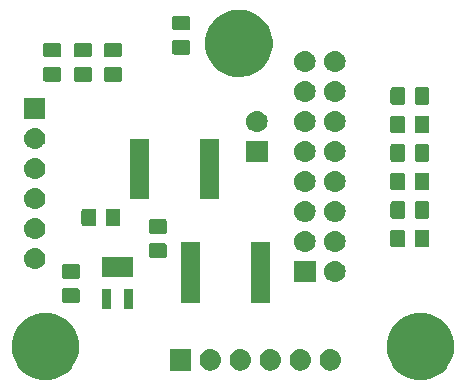
<source format=gbr>
G04 #@! TF.GenerationSoftware,KiCad,Pcbnew,(5.1.2)-1*
G04 #@! TF.CreationDate,2022-01-26T16:29:31-05:00*
G04 #@! TF.ProjectId,telemetry_breakout,74656c65-6d65-4747-9279-5f627265616b,rev?*
G04 #@! TF.SameCoordinates,Original*
G04 #@! TF.FileFunction,Soldermask,Bot*
G04 #@! TF.FilePolarity,Negative*
%FSLAX46Y46*%
G04 Gerber Fmt 4.6, Leading zero omitted, Abs format (unit mm)*
G04 Created by KiCad (PCBNEW (5.1.2)-1) date 2022-01-26 16:29:31*
%MOMM*%
%LPD*%
G04 APERTURE LIST*
%ADD10C,0.100000*%
G04 APERTURE END LIST*
D10*
G36*
X224986606Y-110288562D02*
G01*
X225505455Y-110503476D01*
X225972407Y-110815484D01*
X226369516Y-111212593D01*
X226681524Y-111679545D01*
X226896438Y-112198394D01*
X226896438Y-112198395D01*
X227006000Y-112749200D01*
X227006000Y-113310800D01*
X226961839Y-113532814D01*
X226896438Y-113861606D01*
X226681524Y-114380455D01*
X226431579Y-114754524D01*
X226392383Y-114813185D01*
X226369516Y-114847407D01*
X225972407Y-115244516D01*
X225505455Y-115556524D01*
X224986606Y-115771438D01*
X224435800Y-115881000D01*
X223874200Y-115881000D01*
X223323394Y-115771438D01*
X222804545Y-115556524D01*
X222337593Y-115244516D01*
X221940484Y-114847407D01*
X221917618Y-114813185D01*
X221878421Y-114754524D01*
X221628476Y-114380455D01*
X221413562Y-113861606D01*
X221348161Y-113532814D01*
X221304000Y-113310800D01*
X221304000Y-112749200D01*
X221413562Y-112198395D01*
X221413562Y-112198394D01*
X221628476Y-111679545D01*
X221940484Y-111212593D01*
X222337593Y-110815484D01*
X222804545Y-110503476D01*
X223323394Y-110288562D01*
X223874200Y-110179000D01*
X224435800Y-110179000D01*
X224986606Y-110288562D01*
X224986606Y-110288562D01*
G37*
G36*
X193236606Y-110288562D02*
G01*
X193755455Y-110503476D01*
X194222407Y-110815484D01*
X194619516Y-111212593D01*
X194931524Y-111679545D01*
X195146438Y-112198394D01*
X195146438Y-112198395D01*
X195256000Y-112749200D01*
X195256000Y-113310800D01*
X195211839Y-113532814D01*
X195146438Y-113861606D01*
X194931524Y-114380455D01*
X194681579Y-114754524D01*
X194642383Y-114813185D01*
X194619516Y-114847407D01*
X194222407Y-115244516D01*
X193755455Y-115556524D01*
X193236606Y-115771438D01*
X192685800Y-115881000D01*
X192124200Y-115881000D01*
X191573394Y-115771438D01*
X191054545Y-115556524D01*
X190587593Y-115244516D01*
X190190484Y-114847407D01*
X190167618Y-114813185D01*
X190128421Y-114754524D01*
X189878476Y-114380455D01*
X189663562Y-113861606D01*
X189598161Y-113532814D01*
X189554000Y-113310800D01*
X189554000Y-112749200D01*
X189663562Y-112198395D01*
X189663562Y-112198394D01*
X189878476Y-111679545D01*
X190190484Y-111212593D01*
X190587593Y-110815484D01*
X191054545Y-110503476D01*
X191573394Y-110288562D01*
X192124200Y-110179000D01*
X192685800Y-110179000D01*
X193236606Y-110288562D01*
X193236606Y-110288562D01*
G37*
G36*
X216645442Y-113278518D02*
G01*
X216711627Y-113285037D01*
X216881466Y-113336557D01*
X217037991Y-113420222D01*
X217073729Y-113449552D01*
X217175186Y-113532814D01*
X217258448Y-113634271D01*
X217287778Y-113670009D01*
X217371443Y-113826534D01*
X217422963Y-113996373D01*
X217440359Y-114173000D01*
X217422963Y-114349627D01*
X217371443Y-114519466D01*
X217287778Y-114675991D01*
X217258448Y-114711729D01*
X217175186Y-114813186D01*
X217073729Y-114896448D01*
X217037991Y-114925778D01*
X216881466Y-115009443D01*
X216711627Y-115060963D01*
X216645443Y-115067481D01*
X216579260Y-115074000D01*
X216490740Y-115074000D01*
X216424557Y-115067481D01*
X216358373Y-115060963D01*
X216188534Y-115009443D01*
X216032009Y-114925778D01*
X215996271Y-114896448D01*
X215894814Y-114813186D01*
X215811552Y-114711729D01*
X215782222Y-114675991D01*
X215698557Y-114519466D01*
X215647037Y-114349627D01*
X215629641Y-114173000D01*
X215647037Y-113996373D01*
X215698557Y-113826534D01*
X215782222Y-113670009D01*
X215811552Y-113634271D01*
X215894814Y-113532814D01*
X215996271Y-113449552D01*
X216032009Y-113420222D01*
X216188534Y-113336557D01*
X216358373Y-113285037D01*
X216424558Y-113278518D01*
X216490740Y-113272000D01*
X216579260Y-113272000D01*
X216645442Y-113278518D01*
X216645442Y-113278518D01*
G37*
G36*
X214105442Y-113278518D02*
G01*
X214171627Y-113285037D01*
X214341466Y-113336557D01*
X214497991Y-113420222D01*
X214533729Y-113449552D01*
X214635186Y-113532814D01*
X214718448Y-113634271D01*
X214747778Y-113670009D01*
X214831443Y-113826534D01*
X214882963Y-113996373D01*
X214900359Y-114173000D01*
X214882963Y-114349627D01*
X214831443Y-114519466D01*
X214747778Y-114675991D01*
X214718448Y-114711729D01*
X214635186Y-114813186D01*
X214533729Y-114896448D01*
X214497991Y-114925778D01*
X214341466Y-115009443D01*
X214171627Y-115060963D01*
X214105443Y-115067481D01*
X214039260Y-115074000D01*
X213950740Y-115074000D01*
X213884557Y-115067481D01*
X213818373Y-115060963D01*
X213648534Y-115009443D01*
X213492009Y-114925778D01*
X213456271Y-114896448D01*
X213354814Y-114813186D01*
X213271552Y-114711729D01*
X213242222Y-114675991D01*
X213158557Y-114519466D01*
X213107037Y-114349627D01*
X213089641Y-114173000D01*
X213107037Y-113996373D01*
X213158557Y-113826534D01*
X213242222Y-113670009D01*
X213271552Y-113634271D01*
X213354814Y-113532814D01*
X213456271Y-113449552D01*
X213492009Y-113420222D01*
X213648534Y-113336557D01*
X213818373Y-113285037D01*
X213884558Y-113278518D01*
X213950740Y-113272000D01*
X214039260Y-113272000D01*
X214105442Y-113278518D01*
X214105442Y-113278518D01*
G37*
G36*
X211565442Y-113278518D02*
G01*
X211631627Y-113285037D01*
X211801466Y-113336557D01*
X211957991Y-113420222D01*
X211993729Y-113449552D01*
X212095186Y-113532814D01*
X212178448Y-113634271D01*
X212207778Y-113670009D01*
X212291443Y-113826534D01*
X212342963Y-113996373D01*
X212360359Y-114173000D01*
X212342963Y-114349627D01*
X212291443Y-114519466D01*
X212207778Y-114675991D01*
X212178448Y-114711729D01*
X212095186Y-114813186D01*
X211993729Y-114896448D01*
X211957991Y-114925778D01*
X211801466Y-115009443D01*
X211631627Y-115060963D01*
X211565443Y-115067481D01*
X211499260Y-115074000D01*
X211410740Y-115074000D01*
X211344557Y-115067481D01*
X211278373Y-115060963D01*
X211108534Y-115009443D01*
X210952009Y-114925778D01*
X210916271Y-114896448D01*
X210814814Y-114813186D01*
X210731552Y-114711729D01*
X210702222Y-114675991D01*
X210618557Y-114519466D01*
X210567037Y-114349627D01*
X210549641Y-114173000D01*
X210567037Y-113996373D01*
X210618557Y-113826534D01*
X210702222Y-113670009D01*
X210731552Y-113634271D01*
X210814814Y-113532814D01*
X210916271Y-113449552D01*
X210952009Y-113420222D01*
X211108534Y-113336557D01*
X211278373Y-113285037D01*
X211344558Y-113278518D01*
X211410740Y-113272000D01*
X211499260Y-113272000D01*
X211565442Y-113278518D01*
X211565442Y-113278518D01*
G37*
G36*
X206485442Y-113278518D02*
G01*
X206551627Y-113285037D01*
X206721466Y-113336557D01*
X206877991Y-113420222D01*
X206913729Y-113449552D01*
X207015186Y-113532814D01*
X207098448Y-113634271D01*
X207127778Y-113670009D01*
X207211443Y-113826534D01*
X207262963Y-113996373D01*
X207280359Y-114173000D01*
X207262963Y-114349627D01*
X207211443Y-114519466D01*
X207127778Y-114675991D01*
X207098448Y-114711729D01*
X207015186Y-114813186D01*
X206913729Y-114896448D01*
X206877991Y-114925778D01*
X206721466Y-115009443D01*
X206551627Y-115060963D01*
X206485443Y-115067481D01*
X206419260Y-115074000D01*
X206330740Y-115074000D01*
X206264557Y-115067481D01*
X206198373Y-115060963D01*
X206028534Y-115009443D01*
X205872009Y-114925778D01*
X205836271Y-114896448D01*
X205734814Y-114813186D01*
X205651552Y-114711729D01*
X205622222Y-114675991D01*
X205538557Y-114519466D01*
X205487037Y-114349627D01*
X205469641Y-114173000D01*
X205487037Y-113996373D01*
X205538557Y-113826534D01*
X205622222Y-113670009D01*
X205651552Y-113634271D01*
X205734814Y-113532814D01*
X205836271Y-113449552D01*
X205872009Y-113420222D01*
X206028534Y-113336557D01*
X206198373Y-113285037D01*
X206264558Y-113278518D01*
X206330740Y-113272000D01*
X206419260Y-113272000D01*
X206485442Y-113278518D01*
X206485442Y-113278518D01*
G37*
G36*
X204736000Y-115074000D02*
G01*
X202934000Y-115074000D01*
X202934000Y-113272000D01*
X204736000Y-113272000D01*
X204736000Y-115074000D01*
X204736000Y-115074000D01*
G37*
G36*
X209025442Y-113278518D02*
G01*
X209091627Y-113285037D01*
X209261466Y-113336557D01*
X209417991Y-113420222D01*
X209453729Y-113449552D01*
X209555186Y-113532814D01*
X209638448Y-113634271D01*
X209667778Y-113670009D01*
X209751443Y-113826534D01*
X209802963Y-113996373D01*
X209820359Y-114173000D01*
X209802963Y-114349627D01*
X209751443Y-114519466D01*
X209667778Y-114675991D01*
X209638448Y-114711729D01*
X209555186Y-114813186D01*
X209453729Y-114896448D01*
X209417991Y-114925778D01*
X209261466Y-115009443D01*
X209091627Y-115060963D01*
X209025443Y-115067481D01*
X208959260Y-115074000D01*
X208870740Y-115074000D01*
X208804557Y-115067481D01*
X208738373Y-115060963D01*
X208568534Y-115009443D01*
X208412009Y-114925778D01*
X208376271Y-114896448D01*
X208274814Y-114813186D01*
X208191552Y-114711729D01*
X208162222Y-114675991D01*
X208078557Y-114519466D01*
X208027037Y-114349627D01*
X208009641Y-114173000D01*
X208027037Y-113996373D01*
X208078557Y-113826534D01*
X208162222Y-113670009D01*
X208191552Y-113634271D01*
X208274814Y-113532814D01*
X208376271Y-113449552D01*
X208412009Y-113420222D01*
X208568534Y-113336557D01*
X208738373Y-113285037D01*
X208804558Y-113278518D01*
X208870740Y-113272000D01*
X208959260Y-113272000D01*
X209025442Y-113278518D01*
X209025442Y-113278518D01*
G37*
G36*
X199827000Y-109830000D02*
G01*
X199075000Y-109830000D01*
X199075000Y-108168000D01*
X199827000Y-108168000D01*
X199827000Y-109830000D01*
X199827000Y-109830000D01*
G37*
G36*
X197927000Y-109830000D02*
G01*
X197175000Y-109830000D01*
X197175000Y-108168000D01*
X197927000Y-108168000D01*
X197927000Y-109830000D01*
X197927000Y-109830000D01*
G37*
G36*
X195152674Y-108099465D02*
G01*
X195190367Y-108110899D01*
X195225103Y-108129466D01*
X195255548Y-108154452D01*
X195280534Y-108184897D01*
X195299101Y-108219633D01*
X195310535Y-108257326D01*
X195315000Y-108302661D01*
X195315000Y-109139339D01*
X195310535Y-109184674D01*
X195299101Y-109222367D01*
X195280534Y-109257103D01*
X195255548Y-109287548D01*
X195225103Y-109312534D01*
X195190367Y-109331101D01*
X195152674Y-109342535D01*
X195107339Y-109347000D01*
X194020661Y-109347000D01*
X193975326Y-109342535D01*
X193937633Y-109331101D01*
X193902897Y-109312534D01*
X193872452Y-109287548D01*
X193847466Y-109257103D01*
X193828899Y-109222367D01*
X193817465Y-109184674D01*
X193813000Y-109139339D01*
X193813000Y-108302661D01*
X193817465Y-108257326D01*
X193828899Y-108219633D01*
X193847466Y-108184897D01*
X193872452Y-108154452D01*
X193902897Y-108129466D01*
X193937633Y-108110899D01*
X193975326Y-108099465D01*
X194020661Y-108095000D01*
X195107339Y-108095000D01*
X195152674Y-108099465D01*
X195152674Y-108099465D01*
G37*
G36*
X211396000Y-109317000D02*
G01*
X209794000Y-109317000D01*
X209794000Y-104215000D01*
X211396000Y-104215000D01*
X211396000Y-109317000D01*
X211396000Y-109317000D01*
G37*
G36*
X205496000Y-109317000D02*
G01*
X203894000Y-109317000D01*
X203894000Y-104215000D01*
X205496000Y-104215000D01*
X205496000Y-109317000D01*
X205496000Y-109317000D01*
G37*
G36*
X217026443Y-105785519D02*
G01*
X217092627Y-105792037D01*
X217262466Y-105843557D01*
X217418991Y-105927222D01*
X217454729Y-105956552D01*
X217556186Y-106039814D01*
X217609232Y-106104452D01*
X217668778Y-106177009D01*
X217668779Y-106177011D01*
X217752040Y-106332779D01*
X217752443Y-106333534D01*
X217803963Y-106503373D01*
X217821359Y-106680000D01*
X217803963Y-106856627D01*
X217752443Y-107026466D01*
X217668778Y-107182991D01*
X217640636Y-107217282D01*
X217556186Y-107320186D01*
X217454729Y-107403448D01*
X217418991Y-107432778D01*
X217262466Y-107516443D01*
X217092627Y-107567963D01*
X217026443Y-107574481D01*
X216960260Y-107581000D01*
X216871740Y-107581000D01*
X216805557Y-107574481D01*
X216739373Y-107567963D01*
X216569534Y-107516443D01*
X216413009Y-107432778D01*
X216377271Y-107403448D01*
X216275814Y-107320186D01*
X216191364Y-107217282D01*
X216163222Y-107182991D01*
X216079557Y-107026466D01*
X216028037Y-106856627D01*
X216010641Y-106680000D01*
X216028037Y-106503373D01*
X216079557Y-106333534D01*
X216079961Y-106332779D01*
X216163221Y-106177011D01*
X216163222Y-106177009D01*
X216222768Y-106104452D01*
X216275814Y-106039814D01*
X216377271Y-105956552D01*
X216413009Y-105927222D01*
X216569534Y-105843557D01*
X216739373Y-105792037D01*
X216805557Y-105785519D01*
X216871740Y-105779000D01*
X216960260Y-105779000D01*
X217026443Y-105785519D01*
X217026443Y-105785519D01*
G37*
G36*
X215277000Y-107581000D02*
G01*
X213475000Y-107581000D01*
X213475000Y-105779000D01*
X215277000Y-105779000D01*
X215277000Y-107581000D01*
X215277000Y-107581000D01*
G37*
G36*
X195152674Y-106049465D02*
G01*
X195190367Y-106060899D01*
X195225103Y-106079466D01*
X195255548Y-106104452D01*
X195280534Y-106134897D01*
X195299101Y-106169633D01*
X195310535Y-106207326D01*
X195315000Y-106252661D01*
X195315000Y-107089339D01*
X195310535Y-107134674D01*
X195299101Y-107172367D01*
X195280534Y-107207103D01*
X195255548Y-107237548D01*
X195225103Y-107262534D01*
X195190367Y-107281101D01*
X195152674Y-107292535D01*
X195107339Y-107297000D01*
X194020661Y-107297000D01*
X193975326Y-107292535D01*
X193937633Y-107281101D01*
X193902897Y-107262534D01*
X193872452Y-107237548D01*
X193847466Y-107207103D01*
X193828899Y-107172367D01*
X193817465Y-107134674D01*
X193813000Y-107089339D01*
X193813000Y-106252661D01*
X193817465Y-106207326D01*
X193828899Y-106169633D01*
X193847466Y-106134897D01*
X193872452Y-106104452D01*
X193902897Y-106079466D01*
X193937633Y-106060899D01*
X193975326Y-106049465D01*
X194020661Y-106045000D01*
X195107339Y-106045000D01*
X195152674Y-106049465D01*
X195152674Y-106049465D01*
G37*
G36*
X199827000Y-107130000D02*
G01*
X197175000Y-107130000D01*
X197175000Y-105468000D01*
X199827000Y-105468000D01*
X199827000Y-107130000D01*
X199827000Y-107130000D01*
G37*
G36*
X191610442Y-104685518D02*
G01*
X191676627Y-104692037D01*
X191846466Y-104743557D01*
X192002991Y-104827222D01*
X192038729Y-104856552D01*
X192140186Y-104939814D01*
X192212527Y-105027963D01*
X192252778Y-105077009D01*
X192336443Y-105233534D01*
X192387963Y-105403373D01*
X192405359Y-105580000D01*
X192387963Y-105756627D01*
X192336443Y-105926466D01*
X192336442Y-105926468D01*
X192336039Y-105927222D01*
X192252778Y-106082991D01*
X192235165Y-106104452D01*
X192140186Y-106220186D01*
X192038729Y-106303448D01*
X192002991Y-106332778D01*
X191846466Y-106416443D01*
X191676627Y-106467963D01*
X191610442Y-106474482D01*
X191544260Y-106481000D01*
X191455740Y-106481000D01*
X191389558Y-106474482D01*
X191323373Y-106467963D01*
X191153534Y-106416443D01*
X190997009Y-106332778D01*
X190961271Y-106303448D01*
X190859814Y-106220186D01*
X190764835Y-106104452D01*
X190747222Y-106082991D01*
X190663961Y-105927222D01*
X190663558Y-105926468D01*
X190663557Y-105926466D01*
X190612037Y-105756627D01*
X190594641Y-105580000D01*
X190612037Y-105403373D01*
X190663557Y-105233534D01*
X190747222Y-105077009D01*
X190787473Y-105027963D01*
X190859814Y-104939814D01*
X190961271Y-104856552D01*
X190997009Y-104827222D01*
X191153534Y-104743557D01*
X191323373Y-104692037D01*
X191389558Y-104685518D01*
X191455740Y-104679000D01*
X191544260Y-104679000D01*
X191610442Y-104685518D01*
X191610442Y-104685518D01*
G37*
G36*
X202518674Y-104298465D02*
G01*
X202556367Y-104309899D01*
X202591103Y-104328466D01*
X202621548Y-104353452D01*
X202646534Y-104383897D01*
X202665101Y-104418633D01*
X202676535Y-104456326D01*
X202681000Y-104501661D01*
X202681000Y-105338339D01*
X202676535Y-105383674D01*
X202665101Y-105421367D01*
X202646534Y-105456103D01*
X202621548Y-105486548D01*
X202591103Y-105511534D01*
X202556367Y-105530101D01*
X202518674Y-105541535D01*
X202473339Y-105546000D01*
X201386661Y-105546000D01*
X201341326Y-105541535D01*
X201303633Y-105530101D01*
X201268897Y-105511534D01*
X201238452Y-105486548D01*
X201213466Y-105456103D01*
X201194899Y-105421367D01*
X201183465Y-105383674D01*
X201179000Y-105338339D01*
X201179000Y-104501661D01*
X201183465Y-104456326D01*
X201194899Y-104418633D01*
X201213466Y-104383897D01*
X201238452Y-104353452D01*
X201268897Y-104328466D01*
X201303633Y-104309899D01*
X201341326Y-104298465D01*
X201386661Y-104294000D01*
X202473339Y-104294000D01*
X202518674Y-104298465D01*
X202518674Y-104298465D01*
G37*
G36*
X217026443Y-103245519D02*
G01*
X217092627Y-103252037D01*
X217262466Y-103303557D01*
X217262468Y-103303558D01*
X217318811Y-103333674D01*
X217418991Y-103387222D01*
X217441997Y-103406103D01*
X217556186Y-103499814D01*
X217639448Y-103601271D01*
X217668778Y-103637009D01*
X217668779Y-103637011D01*
X217752040Y-103792779D01*
X217752443Y-103793534D01*
X217803963Y-103963373D01*
X217821359Y-104140000D01*
X217803963Y-104316627D01*
X217752443Y-104486466D01*
X217668778Y-104642991D01*
X217639448Y-104678729D01*
X217556186Y-104780186D01*
X217454729Y-104863448D01*
X217418991Y-104892778D01*
X217262466Y-104976443D01*
X217092627Y-105027963D01*
X217026442Y-105034482D01*
X216960260Y-105041000D01*
X216871740Y-105041000D01*
X216805557Y-105034481D01*
X216739373Y-105027963D01*
X216569534Y-104976443D01*
X216413009Y-104892778D01*
X216377271Y-104863448D01*
X216275814Y-104780186D01*
X216192552Y-104678729D01*
X216163222Y-104642991D01*
X216079557Y-104486466D01*
X216028037Y-104316627D01*
X216010641Y-104140000D01*
X216028037Y-103963373D01*
X216079557Y-103793534D01*
X216079961Y-103792779D01*
X216163221Y-103637011D01*
X216163222Y-103637009D01*
X216192552Y-103601271D01*
X216275814Y-103499814D01*
X216390003Y-103406103D01*
X216413009Y-103387222D01*
X216513189Y-103333674D01*
X216569532Y-103303558D01*
X216569534Y-103303557D01*
X216739373Y-103252037D01*
X216805558Y-103245518D01*
X216871740Y-103239000D01*
X216960260Y-103239000D01*
X217026443Y-103245519D01*
X217026443Y-103245519D01*
G37*
G36*
X214486443Y-103245519D02*
G01*
X214552627Y-103252037D01*
X214722466Y-103303557D01*
X214722468Y-103303558D01*
X214778811Y-103333674D01*
X214878991Y-103387222D01*
X214901997Y-103406103D01*
X215016186Y-103499814D01*
X215099448Y-103601271D01*
X215128778Y-103637009D01*
X215128779Y-103637011D01*
X215212040Y-103792779D01*
X215212443Y-103793534D01*
X215263963Y-103963373D01*
X215281359Y-104140000D01*
X215263963Y-104316627D01*
X215212443Y-104486466D01*
X215128778Y-104642991D01*
X215099448Y-104678729D01*
X215016186Y-104780186D01*
X214914729Y-104863448D01*
X214878991Y-104892778D01*
X214722466Y-104976443D01*
X214552627Y-105027963D01*
X214486442Y-105034482D01*
X214420260Y-105041000D01*
X214331740Y-105041000D01*
X214265557Y-105034481D01*
X214199373Y-105027963D01*
X214029534Y-104976443D01*
X213873009Y-104892778D01*
X213837271Y-104863448D01*
X213735814Y-104780186D01*
X213652552Y-104678729D01*
X213623222Y-104642991D01*
X213539557Y-104486466D01*
X213488037Y-104316627D01*
X213470641Y-104140000D01*
X213488037Y-103963373D01*
X213539557Y-103793534D01*
X213539961Y-103792779D01*
X213623221Y-103637011D01*
X213623222Y-103637009D01*
X213652552Y-103601271D01*
X213735814Y-103499814D01*
X213850003Y-103406103D01*
X213873009Y-103387222D01*
X213973189Y-103333674D01*
X214029532Y-103303558D01*
X214029534Y-103303557D01*
X214199373Y-103252037D01*
X214265558Y-103245518D01*
X214331740Y-103239000D01*
X214420260Y-103239000D01*
X214486443Y-103245519D01*
X214486443Y-103245519D01*
G37*
G36*
X224754674Y-103139465D02*
G01*
X224792367Y-103150899D01*
X224827103Y-103169466D01*
X224857548Y-103194452D01*
X224882534Y-103224897D01*
X224901101Y-103259633D01*
X224912535Y-103297326D01*
X224917000Y-103342661D01*
X224917000Y-104429339D01*
X224912535Y-104474674D01*
X224901101Y-104512367D01*
X224882534Y-104547103D01*
X224857548Y-104577548D01*
X224827103Y-104602534D01*
X224792367Y-104621101D01*
X224754674Y-104632535D01*
X224709339Y-104637000D01*
X223872661Y-104637000D01*
X223827326Y-104632535D01*
X223789633Y-104621101D01*
X223754897Y-104602534D01*
X223724452Y-104577548D01*
X223699466Y-104547103D01*
X223680899Y-104512367D01*
X223669465Y-104474674D01*
X223665000Y-104429339D01*
X223665000Y-103342661D01*
X223669465Y-103297326D01*
X223680899Y-103259633D01*
X223699466Y-103224897D01*
X223724452Y-103194452D01*
X223754897Y-103169466D01*
X223789633Y-103150899D01*
X223827326Y-103139465D01*
X223872661Y-103135000D01*
X224709339Y-103135000D01*
X224754674Y-103139465D01*
X224754674Y-103139465D01*
G37*
G36*
X222704674Y-103139465D02*
G01*
X222742367Y-103150899D01*
X222777103Y-103169466D01*
X222807548Y-103194452D01*
X222832534Y-103224897D01*
X222851101Y-103259633D01*
X222862535Y-103297326D01*
X222867000Y-103342661D01*
X222867000Y-104429339D01*
X222862535Y-104474674D01*
X222851101Y-104512367D01*
X222832534Y-104547103D01*
X222807548Y-104577548D01*
X222777103Y-104602534D01*
X222742367Y-104621101D01*
X222704674Y-104632535D01*
X222659339Y-104637000D01*
X221822661Y-104637000D01*
X221777326Y-104632535D01*
X221739633Y-104621101D01*
X221704897Y-104602534D01*
X221674452Y-104577548D01*
X221649466Y-104547103D01*
X221630899Y-104512367D01*
X221619465Y-104474674D01*
X221615000Y-104429339D01*
X221615000Y-103342661D01*
X221619465Y-103297326D01*
X221630899Y-103259633D01*
X221649466Y-103224897D01*
X221674452Y-103194452D01*
X221704897Y-103169466D01*
X221739633Y-103150899D01*
X221777326Y-103139465D01*
X221822661Y-103135000D01*
X222659339Y-103135000D01*
X222704674Y-103139465D01*
X222704674Y-103139465D01*
G37*
G36*
X191597888Y-102144282D02*
G01*
X191676627Y-102152037D01*
X191846466Y-102203557D01*
X192002991Y-102287222D01*
X192006216Y-102289869D01*
X192140186Y-102399814D01*
X192192102Y-102463075D01*
X192252778Y-102537009D01*
X192252779Y-102537011D01*
X192335080Y-102690983D01*
X192336443Y-102693534D01*
X192387963Y-102863373D01*
X192405359Y-103040000D01*
X192387963Y-103216627D01*
X192336443Y-103386466D01*
X192336442Y-103386468D01*
X192336039Y-103387222D01*
X192252778Y-103542991D01*
X192223448Y-103578729D01*
X192140186Y-103680186D01*
X192038729Y-103763448D01*
X192002991Y-103792778D01*
X191846466Y-103876443D01*
X191676627Y-103927963D01*
X191610442Y-103934482D01*
X191544260Y-103941000D01*
X191455740Y-103941000D01*
X191389557Y-103934481D01*
X191323373Y-103927963D01*
X191153534Y-103876443D01*
X190997009Y-103792778D01*
X190961271Y-103763448D01*
X190859814Y-103680186D01*
X190776552Y-103578729D01*
X190747222Y-103542991D01*
X190663961Y-103387222D01*
X190663558Y-103386468D01*
X190663557Y-103386466D01*
X190612037Y-103216627D01*
X190594641Y-103040000D01*
X190612037Y-102863373D01*
X190663557Y-102693534D01*
X190664921Y-102690983D01*
X190747221Y-102537011D01*
X190747222Y-102537009D01*
X190807898Y-102463075D01*
X190859814Y-102399814D01*
X190993784Y-102289869D01*
X190997009Y-102287222D01*
X191153534Y-102203557D01*
X191323373Y-102152037D01*
X191402112Y-102144282D01*
X191455740Y-102139000D01*
X191544260Y-102139000D01*
X191597888Y-102144282D01*
X191597888Y-102144282D01*
G37*
G36*
X202518674Y-102248465D02*
G01*
X202556367Y-102259899D01*
X202591103Y-102278466D01*
X202621548Y-102303452D01*
X202646534Y-102333897D01*
X202665101Y-102368633D01*
X202676535Y-102406326D01*
X202681000Y-102451661D01*
X202681000Y-103288339D01*
X202676535Y-103333674D01*
X202665101Y-103371367D01*
X202646534Y-103406103D01*
X202621548Y-103436548D01*
X202591103Y-103461534D01*
X202556367Y-103480101D01*
X202518674Y-103491535D01*
X202473339Y-103496000D01*
X201386661Y-103496000D01*
X201341326Y-103491535D01*
X201303633Y-103480101D01*
X201268897Y-103461534D01*
X201238452Y-103436548D01*
X201213466Y-103406103D01*
X201194899Y-103371367D01*
X201183465Y-103333674D01*
X201179000Y-103288339D01*
X201179000Y-102451661D01*
X201183465Y-102406326D01*
X201194899Y-102368633D01*
X201213466Y-102333897D01*
X201238452Y-102303452D01*
X201268897Y-102278466D01*
X201303633Y-102259899D01*
X201341326Y-102248465D01*
X201386661Y-102244000D01*
X202473339Y-102244000D01*
X202518674Y-102248465D01*
X202518674Y-102248465D01*
G37*
G36*
X198601674Y-101361465D02*
G01*
X198639367Y-101372899D01*
X198674103Y-101391466D01*
X198704548Y-101416452D01*
X198729534Y-101446897D01*
X198748101Y-101481633D01*
X198759535Y-101519326D01*
X198764000Y-101564661D01*
X198764000Y-102651339D01*
X198759535Y-102696674D01*
X198748101Y-102734367D01*
X198729534Y-102769103D01*
X198704548Y-102799548D01*
X198674103Y-102824534D01*
X198639367Y-102843101D01*
X198601674Y-102854535D01*
X198556339Y-102859000D01*
X197719661Y-102859000D01*
X197674326Y-102854535D01*
X197636633Y-102843101D01*
X197601897Y-102824534D01*
X197571452Y-102799548D01*
X197546466Y-102769103D01*
X197527899Y-102734367D01*
X197516465Y-102696674D01*
X197512000Y-102651339D01*
X197512000Y-101564661D01*
X197516465Y-101519326D01*
X197527899Y-101481633D01*
X197546466Y-101446897D01*
X197571452Y-101416452D01*
X197601897Y-101391466D01*
X197636633Y-101372899D01*
X197674326Y-101361465D01*
X197719661Y-101357000D01*
X198556339Y-101357000D01*
X198601674Y-101361465D01*
X198601674Y-101361465D01*
G37*
G36*
X196551674Y-101361465D02*
G01*
X196589367Y-101372899D01*
X196624103Y-101391466D01*
X196654548Y-101416452D01*
X196679534Y-101446897D01*
X196698101Y-101481633D01*
X196709535Y-101519326D01*
X196714000Y-101564661D01*
X196714000Y-102651339D01*
X196709535Y-102696674D01*
X196698101Y-102734367D01*
X196679534Y-102769103D01*
X196654548Y-102799548D01*
X196624103Y-102824534D01*
X196589367Y-102843101D01*
X196551674Y-102854535D01*
X196506339Y-102859000D01*
X195669661Y-102859000D01*
X195624326Y-102854535D01*
X195586633Y-102843101D01*
X195551897Y-102824534D01*
X195521452Y-102799548D01*
X195496466Y-102769103D01*
X195477899Y-102734367D01*
X195466465Y-102696674D01*
X195462000Y-102651339D01*
X195462000Y-101564661D01*
X195466465Y-101519326D01*
X195477899Y-101481633D01*
X195496466Y-101446897D01*
X195521452Y-101416452D01*
X195551897Y-101391466D01*
X195586633Y-101372899D01*
X195624326Y-101361465D01*
X195669661Y-101357000D01*
X196506339Y-101357000D01*
X196551674Y-101361465D01*
X196551674Y-101361465D01*
G37*
G36*
X217026443Y-100705519D02*
G01*
X217092627Y-100712037D01*
X217262466Y-100763557D01*
X217418991Y-100847222D01*
X217454729Y-100876552D01*
X217556186Y-100959814D01*
X217639448Y-101061271D01*
X217668778Y-101097009D01*
X217668779Y-101097011D01*
X217752040Y-101252779D01*
X217752443Y-101253534D01*
X217803963Y-101423373D01*
X217821359Y-101600000D01*
X217803963Y-101776627D01*
X217752443Y-101946466D01*
X217752442Y-101946468D01*
X217721196Y-102004925D01*
X217668778Y-102102991D01*
X217668739Y-102103038D01*
X217556186Y-102240186D01*
X217454729Y-102323448D01*
X217418991Y-102352778D01*
X217389329Y-102368633D01*
X217308164Y-102412017D01*
X217262466Y-102436443D01*
X217092627Y-102487963D01*
X217026442Y-102494482D01*
X216960260Y-102501000D01*
X216871740Y-102501000D01*
X216805558Y-102494482D01*
X216739373Y-102487963D01*
X216569534Y-102436443D01*
X216523837Y-102412017D01*
X216442671Y-102368633D01*
X216413009Y-102352778D01*
X216377271Y-102323448D01*
X216275814Y-102240186D01*
X216163261Y-102103038D01*
X216163222Y-102102991D01*
X216110804Y-102004925D01*
X216079558Y-101946468D01*
X216079557Y-101946466D01*
X216028037Y-101776627D01*
X216010641Y-101600000D01*
X216028037Y-101423373D01*
X216079557Y-101253534D01*
X216079961Y-101252779D01*
X216163221Y-101097011D01*
X216163222Y-101097009D01*
X216192552Y-101061271D01*
X216275814Y-100959814D01*
X216377271Y-100876552D01*
X216413009Y-100847222D01*
X216569534Y-100763557D01*
X216739373Y-100712037D01*
X216805557Y-100705519D01*
X216871740Y-100699000D01*
X216960260Y-100699000D01*
X217026443Y-100705519D01*
X217026443Y-100705519D01*
G37*
G36*
X214486443Y-100705519D02*
G01*
X214552627Y-100712037D01*
X214722466Y-100763557D01*
X214878991Y-100847222D01*
X214914729Y-100876552D01*
X215016186Y-100959814D01*
X215099448Y-101061271D01*
X215128778Y-101097009D01*
X215128779Y-101097011D01*
X215212040Y-101252779D01*
X215212443Y-101253534D01*
X215263963Y-101423373D01*
X215281359Y-101600000D01*
X215263963Y-101776627D01*
X215212443Y-101946466D01*
X215212442Y-101946468D01*
X215181196Y-102004925D01*
X215128778Y-102102991D01*
X215128739Y-102103038D01*
X215016186Y-102240186D01*
X214914729Y-102323448D01*
X214878991Y-102352778D01*
X214849329Y-102368633D01*
X214768164Y-102412017D01*
X214722466Y-102436443D01*
X214552627Y-102487963D01*
X214486442Y-102494482D01*
X214420260Y-102501000D01*
X214331740Y-102501000D01*
X214265558Y-102494482D01*
X214199373Y-102487963D01*
X214029534Y-102436443D01*
X213983837Y-102412017D01*
X213902671Y-102368633D01*
X213873009Y-102352778D01*
X213837271Y-102323448D01*
X213735814Y-102240186D01*
X213623261Y-102103038D01*
X213623222Y-102102991D01*
X213570804Y-102004925D01*
X213539558Y-101946468D01*
X213539557Y-101946466D01*
X213488037Y-101776627D01*
X213470641Y-101600000D01*
X213488037Y-101423373D01*
X213539557Y-101253534D01*
X213539961Y-101252779D01*
X213623221Y-101097011D01*
X213623222Y-101097009D01*
X213652552Y-101061271D01*
X213735814Y-100959814D01*
X213837271Y-100876552D01*
X213873009Y-100847222D01*
X214029534Y-100763557D01*
X214199373Y-100712037D01*
X214265557Y-100705519D01*
X214331740Y-100699000D01*
X214420260Y-100699000D01*
X214486443Y-100705519D01*
X214486443Y-100705519D01*
G37*
G36*
X222713674Y-100726465D02*
G01*
X222751367Y-100737899D01*
X222786103Y-100756466D01*
X222816548Y-100781452D01*
X222841534Y-100811897D01*
X222860101Y-100846633D01*
X222871535Y-100884326D01*
X222876000Y-100929661D01*
X222876000Y-102016339D01*
X222871535Y-102061674D01*
X222860101Y-102099367D01*
X222841534Y-102134103D01*
X222816548Y-102164548D01*
X222786103Y-102189534D01*
X222751367Y-102208101D01*
X222713674Y-102219535D01*
X222668339Y-102224000D01*
X221831661Y-102224000D01*
X221786326Y-102219535D01*
X221748633Y-102208101D01*
X221713897Y-102189534D01*
X221683452Y-102164548D01*
X221658466Y-102134103D01*
X221639899Y-102099367D01*
X221628465Y-102061674D01*
X221624000Y-102016339D01*
X221624000Y-100929661D01*
X221628465Y-100884326D01*
X221639899Y-100846633D01*
X221658466Y-100811897D01*
X221683452Y-100781452D01*
X221713897Y-100756466D01*
X221748633Y-100737899D01*
X221786326Y-100726465D01*
X221831661Y-100722000D01*
X222668339Y-100722000D01*
X222713674Y-100726465D01*
X222713674Y-100726465D01*
G37*
G36*
X224763674Y-100726465D02*
G01*
X224801367Y-100737899D01*
X224836103Y-100756466D01*
X224866548Y-100781452D01*
X224891534Y-100811897D01*
X224910101Y-100846633D01*
X224921535Y-100884326D01*
X224926000Y-100929661D01*
X224926000Y-102016339D01*
X224921535Y-102061674D01*
X224910101Y-102099367D01*
X224891534Y-102134103D01*
X224866548Y-102164548D01*
X224836103Y-102189534D01*
X224801367Y-102208101D01*
X224763674Y-102219535D01*
X224718339Y-102224000D01*
X223881661Y-102224000D01*
X223836326Y-102219535D01*
X223798633Y-102208101D01*
X223763897Y-102189534D01*
X223733452Y-102164548D01*
X223708466Y-102134103D01*
X223689899Y-102099367D01*
X223678465Y-102061674D01*
X223674000Y-102016339D01*
X223674000Y-100929661D01*
X223678465Y-100884326D01*
X223689899Y-100846633D01*
X223708466Y-100811897D01*
X223733452Y-100781452D01*
X223763897Y-100756466D01*
X223798633Y-100737899D01*
X223836326Y-100726465D01*
X223881661Y-100722000D01*
X224718339Y-100722000D01*
X224763674Y-100726465D01*
X224763674Y-100726465D01*
G37*
G36*
X191610443Y-99605519D02*
G01*
X191676627Y-99612037D01*
X191846466Y-99663557D01*
X192002991Y-99747222D01*
X192008262Y-99751548D01*
X192140186Y-99859814D01*
X192212527Y-99947963D01*
X192252778Y-99997009D01*
X192336443Y-100153534D01*
X192387963Y-100323373D01*
X192405359Y-100500000D01*
X192387963Y-100676627D01*
X192350017Y-100801718D01*
X192336442Y-100846468D01*
X192336039Y-100847222D01*
X192252778Y-101002991D01*
X192223448Y-101038729D01*
X192140186Y-101140186D01*
X192038729Y-101223448D01*
X192002991Y-101252778D01*
X191846466Y-101336443D01*
X191676627Y-101387963D01*
X191610442Y-101394482D01*
X191544260Y-101401000D01*
X191455740Y-101401000D01*
X191389558Y-101394482D01*
X191323373Y-101387963D01*
X191153534Y-101336443D01*
X190997009Y-101252778D01*
X190961271Y-101223448D01*
X190859814Y-101140186D01*
X190776552Y-101038729D01*
X190747222Y-101002991D01*
X190663961Y-100847222D01*
X190663558Y-100846468D01*
X190649983Y-100801718D01*
X190612037Y-100676627D01*
X190594641Y-100500000D01*
X190612037Y-100323373D01*
X190663557Y-100153534D01*
X190747222Y-99997009D01*
X190787473Y-99947963D01*
X190859814Y-99859814D01*
X190991738Y-99751548D01*
X190997009Y-99747222D01*
X191153534Y-99663557D01*
X191323373Y-99612037D01*
X191389557Y-99605519D01*
X191455740Y-99599000D01*
X191544260Y-99599000D01*
X191610443Y-99605519D01*
X191610443Y-99605519D01*
G37*
G36*
X201178000Y-100531500D02*
G01*
X199576000Y-100531500D01*
X199576000Y-95429500D01*
X201178000Y-95429500D01*
X201178000Y-100531500D01*
X201178000Y-100531500D01*
G37*
G36*
X207078000Y-100531500D02*
G01*
X205476000Y-100531500D01*
X205476000Y-95429500D01*
X207078000Y-95429500D01*
X207078000Y-100531500D01*
X207078000Y-100531500D01*
G37*
G36*
X214486443Y-98165519D02*
G01*
X214552627Y-98172037D01*
X214722466Y-98223557D01*
X214878991Y-98307222D01*
X214887530Y-98314230D01*
X215016186Y-98419814D01*
X215095665Y-98516661D01*
X215128778Y-98557009D01*
X215128779Y-98557011D01*
X215212040Y-98712779D01*
X215212443Y-98713534D01*
X215263963Y-98883373D01*
X215281359Y-99060000D01*
X215263963Y-99236627D01*
X215212443Y-99406466D01*
X215128778Y-99562991D01*
X215105032Y-99591925D01*
X215016186Y-99700186D01*
X214937049Y-99765131D01*
X214878991Y-99812778D01*
X214722466Y-99896443D01*
X214552627Y-99947963D01*
X214486443Y-99954481D01*
X214420260Y-99961000D01*
X214331740Y-99961000D01*
X214265557Y-99954481D01*
X214199373Y-99947963D01*
X214029534Y-99896443D01*
X213873009Y-99812778D01*
X213814951Y-99765131D01*
X213735814Y-99700186D01*
X213646968Y-99591925D01*
X213623222Y-99562991D01*
X213539557Y-99406466D01*
X213488037Y-99236627D01*
X213470641Y-99060000D01*
X213488037Y-98883373D01*
X213539557Y-98713534D01*
X213539961Y-98712779D01*
X213623221Y-98557011D01*
X213623222Y-98557009D01*
X213656335Y-98516661D01*
X213735814Y-98419814D01*
X213864470Y-98314230D01*
X213873009Y-98307222D01*
X214029534Y-98223557D01*
X214199373Y-98172037D01*
X214265557Y-98165519D01*
X214331740Y-98159000D01*
X214420260Y-98159000D01*
X214486443Y-98165519D01*
X214486443Y-98165519D01*
G37*
G36*
X217026443Y-98165519D02*
G01*
X217092627Y-98172037D01*
X217262466Y-98223557D01*
X217418991Y-98307222D01*
X217427530Y-98314230D01*
X217556186Y-98419814D01*
X217635665Y-98516661D01*
X217668778Y-98557009D01*
X217668779Y-98557011D01*
X217752040Y-98712779D01*
X217752443Y-98713534D01*
X217803963Y-98883373D01*
X217821359Y-99060000D01*
X217803963Y-99236627D01*
X217752443Y-99406466D01*
X217668778Y-99562991D01*
X217645032Y-99591925D01*
X217556186Y-99700186D01*
X217477049Y-99765131D01*
X217418991Y-99812778D01*
X217262466Y-99896443D01*
X217092627Y-99947963D01*
X217026443Y-99954481D01*
X216960260Y-99961000D01*
X216871740Y-99961000D01*
X216805557Y-99954481D01*
X216739373Y-99947963D01*
X216569534Y-99896443D01*
X216413009Y-99812778D01*
X216354951Y-99765131D01*
X216275814Y-99700186D01*
X216186968Y-99591925D01*
X216163222Y-99562991D01*
X216079557Y-99406466D01*
X216028037Y-99236627D01*
X216010641Y-99060000D01*
X216028037Y-98883373D01*
X216079557Y-98713534D01*
X216079961Y-98712779D01*
X216163221Y-98557011D01*
X216163222Y-98557009D01*
X216196335Y-98516661D01*
X216275814Y-98419814D01*
X216404470Y-98314230D01*
X216413009Y-98307222D01*
X216569534Y-98223557D01*
X216739373Y-98172037D01*
X216805557Y-98165519D01*
X216871740Y-98159000D01*
X216960260Y-98159000D01*
X217026443Y-98165519D01*
X217026443Y-98165519D01*
G37*
G36*
X222704674Y-98313465D02*
G01*
X222742367Y-98324899D01*
X222777103Y-98343466D01*
X222807548Y-98368452D01*
X222832534Y-98398897D01*
X222851101Y-98433633D01*
X222862535Y-98471326D01*
X222867000Y-98516661D01*
X222867000Y-99603339D01*
X222862535Y-99648674D01*
X222851101Y-99686367D01*
X222832534Y-99721103D01*
X222807548Y-99751548D01*
X222777103Y-99776534D01*
X222742367Y-99795101D01*
X222704674Y-99806535D01*
X222659339Y-99811000D01*
X221822661Y-99811000D01*
X221777326Y-99806535D01*
X221739633Y-99795101D01*
X221704897Y-99776534D01*
X221674452Y-99751548D01*
X221649466Y-99721103D01*
X221630899Y-99686367D01*
X221619465Y-99648674D01*
X221615000Y-99603339D01*
X221615000Y-98516661D01*
X221619465Y-98471326D01*
X221630899Y-98433633D01*
X221649466Y-98398897D01*
X221674452Y-98368452D01*
X221704897Y-98343466D01*
X221739633Y-98324899D01*
X221777326Y-98313465D01*
X221822661Y-98309000D01*
X222659339Y-98309000D01*
X222704674Y-98313465D01*
X222704674Y-98313465D01*
G37*
G36*
X224754674Y-98313465D02*
G01*
X224792367Y-98324899D01*
X224827103Y-98343466D01*
X224857548Y-98368452D01*
X224882534Y-98398897D01*
X224901101Y-98433633D01*
X224912535Y-98471326D01*
X224917000Y-98516661D01*
X224917000Y-99603339D01*
X224912535Y-99648674D01*
X224901101Y-99686367D01*
X224882534Y-99721103D01*
X224857548Y-99751548D01*
X224827103Y-99776534D01*
X224792367Y-99795101D01*
X224754674Y-99806535D01*
X224709339Y-99811000D01*
X223872661Y-99811000D01*
X223827326Y-99806535D01*
X223789633Y-99795101D01*
X223754897Y-99776534D01*
X223724452Y-99751548D01*
X223699466Y-99721103D01*
X223680899Y-99686367D01*
X223669465Y-99648674D01*
X223665000Y-99603339D01*
X223665000Y-98516661D01*
X223669465Y-98471326D01*
X223680899Y-98433633D01*
X223699466Y-98398897D01*
X223724452Y-98368452D01*
X223754897Y-98343466D01*
X223789633Y-98324899D01*
X223827326Y-98313465D01*
X223872661Y-98309000D01*
X224709339Y-98309000D01*
X224754674Y-98313465D01*
X224754674Y-98313465D01*
G37*
G36*
X191610442Y-97065518D02*
G01*
X191676627Y-97072037D01*
X191846466Y-97123557D01*
X192002991Y-97207222D01*
X192030725Y-97229983D01*
X192140186Y-97319814D01*
X192212527Y-97407963D01*
X192252778Y-97457009D01*
X192336443Y-97613534D01*
X192387963Y-97783373D01*
X192405359Y-97960000D01*
X192387963Y-98136627D01*
X192336443Y-98306466D01*
X192336442Y-98306468D01*
X192336039Y-98307222D01*
X192252778Y-98462991D01*
X192241267Y-98477017D01*
X192140186Y-98600186D01*
X192043540Y-98679500D01*
X192002991Y-98712778D01*
X191846466Y-98796443D01*
X191676627Y-98847963D01*
X191610442Y-98854482D01*
X191544260Y-98861000D01*
X191455740Y-98861000D01*
X191389557Y-98854481D01*
X191323373Y-98847963D01*
X191153534Y-98796443D01*
X190997009Y-98712778D01*
X190956460Y-98679500D01*
X190859814Y-98600186D01*
X190758733Y-98477017D01*
X190747222Y-98462991D01*
X190663961Y-98307222D01*
X190663558Y-98306468D01*
X190663557Y-98306466D01*
X190612037Y-98136627D01*
X190594641Y-97960000D01*
X190612037Y-97783373D01*
X190663557Y-97613534D01*
X190747222Y-97457009D01*
X190787473Y-97407963D01*
X190859814Y-97319814D01*
X190969275Y-97229983D01*
X190997009Y-97207222D01*
X191153534Y-97123557D01*
X191323373Y-97072037D01*
X191389558Y-97065518D01*
X191455740Y-97059000D01*
X191544260Y-97059000D01*
X191610442Y-97065518D01*
X191610442Y-97065518D01*
G37*
G36*
X211213000Y-97421000D02*
G01*
X209411000Y-97421000D01*
X209411000Y-95619000D01*
X211213000Y-95619000D01*
X211213000Y-97421000D01*
X211213000Y-97421000D01*
G37*
G36*
X217026442Y-95625518D02*
G01*
X217092627Y-95632037D01*
X217262466Y-95683557D01*
X217418991Y-95767222D01*
X217454729Y-95796552D01*
X217556186Y-95879814D01*
X217634891Y-95975718D01*
X217668778Y-96017009D01*
X217668779Y-96017011D01*
X217752040Y-96172779D01*
X217752443Y-96173534D01*
X217803963Y-96343373D01*
X217821359Y-96520000D01*
X217803963Y-96696627D01*
X217752443Y-96866466D01*
X217668778Y-97022991D01*
X217639448Y-97058729D01*
X217556186Y-97160186D01*
X217464202Y-97235674D01*
X217418991Y-97272778D01*
X217262466Y-97356443D01*
X217092627Y-97407963D01*
X217026442Y-97414482D01*
X216960260Y-97421000D01*
X216871740Y-97421000D01*
X216805558Y-97414482D01*
X216739373Y-97407963D01*
X216569534Y-97356443D01*
X216413009Y-97272778D01*
X216367798Y-97235674D01*
X216275814Y-97160186D01*
X216192552Y-97058729D01*
X216163222Y-97022991D01*
X216079557Y-96866466D01*
X216028037Y-96696627D01*
X216010641Y-96520000D01*
X216028037Y-96343373D01*
X216079557Y-96173534D01*
X216079961Y-96172779D01*
X216163221Y-96017011D01*
X216163222Y-96017009D01*
X216197109Y-95975718D01*
X216275814Y-95879814D01*
X216377271Y-95796552D01*
X216413009Y-95767222D01*
X216569534Y-95683557D01*
X216739373Y-95632037D01*
X216805558Y-95625518D01*
X216871740Y-95619000D01*
X216960260Y-95619000D01*
X217026442Y-95625518D01*
X217026442Y-95625518D01*
G37*
G36*
X214486442Y-95625518D02*
G01*
X214552627Y-95632037D01*
X214722466Y-95683557D01*
X214878991Y-95767222D01*
X214914729Y-95796552D01*
X215016186Y-95879814D01*
X215094891Y-95975718D01*
X215128778Y-96017009D01*
X215128779Y-96017011D01*
X215212040Y-96172779D01*
X215212443Y-96173534D01*
X215263963Y-96343373D01*
X215281359Y-96520000D01*
X215263963Y-96696627D01*
X215212443Y-96866466D01*
X215128778Y-97022991D01*
X215099448Y-97058729D01*
X215016186Y-97160186D01*
X214924202Y-97235674D01*
X214878991Y-97272778D01*
X214722466Y-97356443D01*
X214552627Y-97407963D01*
X214486442Y-97414482D01*
X214420260Y-97421000D01*
X214331740Y-97421000D01*
X214265558Y-97414482D01*
X214199373Y-97407963D01*
X214029534Y-97356443D01*
X213873009Y-97272778D01*
X213827798Y-97235674D01*
X213735814Y-97160186D01*
X213652552Y-97058729D01*
X213623222Y-97022991D01*
X213539557Y-96866466D01*
X213488037Y-96696627D01*
X213470641Y-96520000D01*
X213488037Y-96343373D01*
X213539557Y-96173534D01*
X213539961Y-96172779D01*
X213623221Y-96017011D01*
X213623222Y-96017009D01*
X213657109Y-95975718D01*
X213735814Y-95879814D01*
X213837271Y-95796552D01*
X213873009Y-95767222D01*
X214029534Y-95683557D01*
X214199373Y-95632037D01*
X214265558Y-95625518D01*
X214331740Y-95619000D01*
X214420260Y-95619000D01*
X214486442Y-95625518D01*
X214486442Y-95625518D01*
G37*
G36*
X224754674Y-95900465D02*
G01*
X224792367Y-95911899D01*
X224827103Y-95930466D01*
X224857548Y-95955452D01*
X224882534Y-95985897D01*
X224901101Y-96020633D01*
X224912535Y-96058326D01*
X224917000Y-96103661D01*
X224917000Y-97190339D01*
X224912535Y-97235674D01*
X224901101Y-97273367D01*
X224882534Y-97308103D01*
X224857548Y-97338548D01*
X224827103Y-97363534D01*
X224792367Y-97382101D01*
X224754674Y-97393535D01*
X224709339Y-97398000D01*
X223872661Y-97398000D01*
X223827326Y-97393535D01*
X223789633Y-97382101D01*
X223754897Y-97363534D01*
X223724452Y-97338548D01*
X223699466Y-97308103D01*
X223680899Y-97273367D01*
X223669465Y-97235674D01*
X223665000Y-97190339D01*
X223665000Y-96103661D01*
X223669465Y-96058326D01*
X223680899Y-96020633D01*
X223699466Y-95985897D01*
X223724452Y-95955452D01*
X223754897Y-95930466D01*
X223789633Y-95911899D01*
X223827326Y-95900465D01*
X223872661Y-95896000D01*
X224709339Y-95896000D01*
X224754674Y-95900465D01*
X224754674Y-95900465D01*
G37*
G36*
X222704674Y-95900465D02*
G01*
X222742367Y-95911899D01*
X222777103Y-95930466D01*
X222807548Y-95955452D01*
X222832534Y-95985897D01*
X222851101Y-96020633D01*
X222862535Y-96058326D01*
X222867000Y-96103661D01*
X222867000Y-97190339D01*
X222862535Y-97235674D01*
X222851101Y-97273367D01*
X222832534Y-97308103D01*
X222807548Y-97338548D01*
X222777103Y-97363534D01*
X222742367Y-97382101D01*
X222704674Y-97393535D01*
X222659339Y-97398000D01*
X221822661Y-97398000D01*
X221777326Y-97393535D01*
X221739633Y-97382101D01*
X221704897Y-97363534D01*
X221674452Y-97338548D01*
X221649466Y-97308103D01*
X221630899Y-97273367D01*
X221619465Y-97235674D01*
X221615000Y-97190339D01*
X221615000Y-96103661D01*
X221619465Y-96058326D01*
X221630899Y-96020633D01*
X221649466Y-95985897D01*
X221674452Y-95955452D01*
X221704897Y-95930466D01*
X221739633Y-95911899D01*
X221777326Y-95900465D01*
X221822661Y-95896000D01*
X222659339Y-95896000D01*
X222704674Y-95900465D01*
X222704674Y-95900465D01*
G37*
G36*
X191610442Y-94525518D02*
G01*
X191676627Y-94532037D01*
X191846466Y-94583557D01*
X192002991Y-94667222D01*
X192038729Y-94696552D01*
X192140186Y-94779814D01*
X192206293Y-94860367D01*
X192252778Y-94917009D01*
X192336443Y-95073534D01*
X192387963Y-95243373D01*
X192405359Y-95420000D01*
X192387963Y-95596627D01*
X192336443Y-95766466D01*
X192336442Y-95766468D01*
X192336039Y-95767222D01*
X192252778Y-95922991D01*
X192246643Y-95930466D01*
X192140186Y-96060186D01*
X192038729Y-96143448D01*
X192002991Y-96172778D01*
X191846466Y-96256443D01*
X191676627Y-96307963D01*
X191610443Y-96314481D01*
X191544260Y-96321000D01*
X191455740Y-96321000D01*
X191389557Y-96314481D01*
X191323373Y-96307963D01*
X191153534Y-96256443D01*
X190997009Y-96172778D01*
X190961271Y-96143448D01*
X190859814Y-96060186D01*
X190753357Y-95930466D01*
X190747222Y-95922991D01*
X190663961Y-95767222D01*
X190663558Y-95766468D01*
X190663557Y-95766466D01*
X190612037Y-95596627D01*
X190594641Y-95420000D01*
X190612037Y-95243373D01*
X190663557Y-95073534D01*
X190747222Y-94917009D01*
X190793707Y-94860367D01*
X190859814Y-94779814D01*
X190961271Y-94696552D01*
X190997009Y-94667222D01*
X191153534Y-94583557D01*
X191323373Y-94532037D01*
X191389557Y-94525519D01*
X191455740Y-94519000D01*
X191544260Y-94519000D01*
X191610442Y-94525518D01*
X191610442Y-94525518D01*
G37*
G36*
X222704674Y-93487465D02*
G01*
X222742367Y-93498899D01*
X222777103Y-93517466D01*
X222807548Y-93542452D01*
X222832534Y-93572897D01*
X222851101Y-93607633D01*
X222862535Y-93645326D01*
X222867000Y-93690661D01*
X222867000Y-94777339D01*
X222862535Y-94822674D01*
X222851101Y-94860367D01*
X222832534Y-94895103D01*
X222807548Y-94925548D01*
X222777103Y-94950534D01*
X222742367Y-94969101D01*
X222704674Y-94980535D01*
X222659339Y-94985000D01*
X221822661Y-94985000D01*
X221777326Y-94980535D01*
X221739633Y-94969101D01*
X221704897Y-94950534D01*
X221674452Y-94925548D01*
X221649466Y-94895103D01*
X221630899Y-94860367D01*
X221619465Y-94822674D01*
X221615000Y-94777339D01*
X221615000Y-93690661D01*
X221619465Y-93645326D01*
X221630899Y-93607633D01*
X221649466Y-93572897D01*
X221674452Y-93542452D01*
X221704897Y-93517466D01*
X221739633Y-93498899D01*
X221777326Y-93487465D01*
X221822661Y-93483000D01*
X222659339Y-93483000D01*
X222704674Y-93487465D01*
X222704674Y-93487465D01*
G37*
G36*
X224754674Y-93487465D02*
G01*
X224792367Y-93498899D01*
X224827103Y-93517466D01*
X224857548Y-93542452D01*
X224882534Y-93572897D01*
X224901101Y-93607633D01*
X224912535Y-93645326D01*
X224917000Y-93690661D01*
X224917000Y-94777339D01*
X224912535Y-94822674D01*
X224901101Y-94860367D01*
X224882534Y-94895103D01*
X224857548Y-94925548D01*
X224827103Y-94950534D01*
X224792367Y-94969101D01*
X224754674Y-94980535D01*
X224709339Y-94985000D01*
X223872661Y-94985000D01*
X223827326Y-94980535D01*
X223789633Y-94969101D01*
X223754897Y-94950534D01*
X223724452Y-94925548D01*
X223699466Y-94895103D01*
X223680899Y-94860367D01*
X223669465Y-94822674D01*
X223665000Y-94777339D01*
X223665000Y-93690661D01*
X223669465Y-93645326D01*
X223680899Y-93607633D01*
X223699466Y-93572897D01*
X223724452Y-93542452D01*
X223754897Y-93517466D01*
X223789633Y-93498899D01*
X223827326Y-93487465D01*
X223872661Y-93483000D01*
X224709339Y-93483000D01*
X224754674Y-93487465D01*
X224754674Y-93487465D01*
G37*
G36*
X217026443Y-93085519D02*
G01*
X217092627Y-93092037D01*
X217262466Y-93143557D01*
X217418991Y-93227222D01*
X217454729Y-93256552D01*
X217556186Y-93339814D01*
X217639448Y-93441271D01*
X217668778Y-93477009D01*
X217752443Y-93633534D01*
X217803963Y-93803373D01*
X217821359Y-93980000D01*
X217803963Y-94156627D01*
X217752443Y-94326466D01*
X217668778Y-94482991D01*
X217639448Y-94518729D01*
X217556186Y-94620186D01*
X217454729Y-94703448D01*
X217418991Y-94732778D01*
X217262466Y-94816443D01*
X217092627Y-94867963D01*
X217026443Y-94874481D01*
X216960260Y-94881000D01*
X216871740Y-94881000D01*
X216805557Y-94874481D01*
X216739373Y-94867963D01*
X216569534Y-94816443D01*
X216413009Y-94732778D01*
X216377271Y-94703448D01*
X216275814Y-94620186D01*
X216192552Y-94518729D01*
X216163222Y-94482991D01*
X216079557Y-94326466D01*
X216028037Y-94156627D01*
X216010641Y-93980000D01*
X216028037Y-93803373D01*
X216079557Y-93633534D01*
X216163222Y-93477009D01*
X216192552Y-93441271D01*
X216275814Y-93339814D01*
X216377271Y-93256552D01*
X216413009Y-93227222D01*
X216569534Y-93143557D01*
X216739373Y-93092037D01*
X216805557Y-93085519D01*
X216871740Y-93079000D01*
X216960260Y-93079000D01*
X217026443Y-93085519D01*
X217026443Y-93085519D01*
G37*
G36*
X210422443Y-93085519D02*
G01*
X210488627Y-93092037D01*
X210658466Y-93143557D01*
X210814991Y-93227222D01*
X210850729Y-93256552D01*
X210952186Y-93339814D01*
X211035448Y-93441271D01*
X211064778Y-93477009D01*
X211148443Y-93633534D01*
X211199963Y-93803373D01*
X211217359Y-93980000D01*
X211199963Y-94156627D01*
X211148443Y-94326466D01*
X211064778Y-94482991D01*
X211035448Y-94518729D01*
X210952186Y-94620186D01*
X210850729Y-94703448D01*
X210814991Y-94732778D01*
X210658466Y-94816443D01*
X210488627Y-94867963D01*
X210422443Y-94874481D01*
X210356260Y-94881000D01*
X210267740Y-94881000D01*
X210201557Y-94874481D01*
X210135373Y-94867963D01*
X209965534Y-94816443D01*
X209809009Y-94732778D01*
X209773271Y-94703448D01*
X209671814Y-94620186D01*
X209588552Y-94518729D01*
X209559222Y-94482991D01*
X209475557Y-94326466D01*
X209424037Y-94156627D01*
X209406641Y-93980000D01*
X209424037Y-93803373D01*
X209475557Y-93633534D01*
X209559222Y-93477009D01*
X209588552Y-93441271D01*
X209671814Y-93339814D01*
X209773271Y-93256552D01*
X209809009Y-93227222D01*
X209965534Y-93143557D01*
X210135373Y-93092037D01*
X210201557Y-93085519D01*
X210267740Y-93079000D01*
X210356260Y-93079000D01*
X210422443Y-93085519D01*
X210422443Y-93085519D01*
G37*
G36*
X214486443Y-93085519D02*
G01*
X214552627Y-93092037D01*
X214722466Y-93143557D01*
X214878991Y-93227222D01*
X214914729Y-93256552D01*
X215016186Y-93339814D01*
X215099448Y-93441271D01*
X215128778Y-93477009D01*
X215212443Y-93633534D01*
X215263963Y-93803373D01*
X215281359Y-93980000D01*
X215263963Y-94156627D01*
X215212443Y-94326466D01*
X215128778Y-94482991D01*
X215099448Y-94518729D01*
X215016186Y-94620186D01*
X214914729Y-94703448D01*
X214878991Y-94732778D01*
X214722466Y-94816443D01*
X214552627Y-94867963D01*
X214486443Y-94874481D01*
X214420260Y-94881000D01*
X214331740Y-94881000D01*
X214265557Y-94874481D01*
X214199373Y-94867963D01*
X214029534Y-94816443D01*
X213873009Y-94732778D01*
X213837271Y-94703448D01*
X213735814Y-94620186D01*
X213652552Y-94518729D01*
X213623222Y-94482991D01*
X213539557Y-94326466D01*
X213488037Y-94156627D01*
X213470641Y-93980000D01*
X213488037Y-93803373D01*
X213539557Y-93633534D01*
X213623222Y-93477009D01*
X213652552Y-93441271D01*
X213735814Y-93339814D01*
X213837271Y-93256552D01*
X213873009Y-93227222D01*
X214029534Y-93143557D01*
X214199373Y-93092037D01*
X214265557Y-93085519D01*
X214331740Y-93079000D01*
X214420260Y-93079000D01*
X214486443Y-93085519D01*
X214486443Y-93085519D01*
G37*
G36*
X192401000Y-93781000D02*
G01*
X190599000Y-93781000D01*
X190599000Y-91979000D01*
X192401000Y-91979000D01*
X192401000Y-93781000D01*
X192401000Y-93781000D01*
G37*
G36*
X224763674Y-91074465D02*
G01*
X224801367Y-91085899D01*
X224836103Y-91104466D01*
X224866548Y-91129452D01*
X224891534Y-91159897D01*
X224910101Y-91194633D01*
X224921535Y-91232326D01*
X224926000Y-91277661D01*
X224926000Y-92364339D01*
X224921535Y-92409674D01*
X224910101Y-92447367D01*
X224891534Y-92482103D01*
X224866548Y-92512548D01*
X224836103Y-92537534D01*
X224801367Y-92556101D01*
X224763674Y-92567535D01*
X224718339Y-92572000D01*
X223881661Y-92572000D01*
X223836326Y-92567535D01*
X223798633Y-92556101D01*
X223763897Y-92537534D01*
X223733452Y-92512548D01*
X223708466Y-92482103D01*
X223689899Y-92447367D01*
X223678465Y-92409674D01*
X223674000Y-92364339D01*
X223674000Y-91277661D01*
X223678465Y-91232326D01*
X223689899Y-91194633D01*
X223708466Y-91159897D01*
X223733452Y-91129452D01*
X223763897Y-91104466D01*
X223798633Y-91085899D01*
X223836326Y-91074465D01*
X223881661Y-91070000D01*
X224718339Y-91070000D01*
X224763674Y-91074465D01*
X224763674Y-91074465D01*
G37*
G36*
X222713674Y-91074465D02*
G01*
X222751367Y-91085899D01*
X222786103Y-91104466D01*
X222816548Y-91129452D01*
X222841534Y-91159897D01*
X222860101Y-91194633D01*
X222871535Y-91232326D01*
X222876000Y-91277661D01*
X222876000Y-92364339D01*
X222871535Y-92409674D01*
X222860101Y-92447367D01*
X222841534Y-92482103D01*
X222816548Y-92512548D01*
X222786103Y-92537534D01*
X222751367Y-92556101D01*
X222713674Y-92567535D01*
X222668339Y-92572000D01*
X221831661Y-92572000D01*
X221786326Y-92567535D01*
X221748633Y-92556101D01*
X221713897Y-92537534D01*
X221683452Y-92512548D01*
X221658466Y-92482103D01*
X221639899Y-92447367D01*
X221628465Y-92409674D01*
X221624000Y-92364339D01*
X221624000Y-91277661D01*
X221628465Y-91232326D01*
X221639899Y-91194633D01*
X221658466Y-91159897D01*
X221683452Y-91129452D01*
X221713897Y-91104466D01*
X221748633Y-91085899D01*
X221786326Y-91074465D01*
X221831661Y-91070000D01*
X222668339Y-91070000D01*
X222713674Y-91074465D01*
X222713674Y-91074465D01*
G37*
G36*
X217026443Y-90545519D02*
G01*
X217092627Y-90552037D01*
X217262466Y-90603557D01*
X217262468Y-90603558D01*
X217282939Y-90614500D01*
X217418991Y-90687222D01*
X217454729Y-90716552D01*
X217556186Y-90799814D01*
X217639448Y-90901271D01*
X217668778Y-90937009D01*
X217752443Y-91093534D01*
X217803963Y-91263373D01*
X217821359Y-91440000D01*
X217803963Y-91616627D01*
X217752443Y-91786466D01*
X217668778Y-91942991D01*
X217639448Y-91978729D01*
X217556186Y-92080186D01*
X217454729Y-92163448D01*
X217418991Y-92192778D01*
X217262466Y-92276443D01*
X217092627Y-92327963D01*
X217026443Y-92334481D01*
X216960260Y-92341000D01*
X216871740Y-92341000D01*
X216805557Y-92334481D01*
X216739373Y-92327963D01*
X216569534Y-92276443D01*
X216413009Y-92192778D01*
X216377271Y-92163448D01*
X216275814Y-92080186D01*
X216192552Y-91978729D01*
X216163222Y-91942991D01*
X216079557Y-91786466D01*
X216028037Y-91616627D01*
X216010641Y-91440000D01*
X216028037Y-91263373D01*
X216079557Y-91093534D01*
X216163222Y-90937009D01*
X216192552Y-90901271D01*
X216275814Y-90799814D01*
X216377271Y-90716552D01*
X216413009Y-90687222D01*
X216549061Y-90614500D01*
X216569532Y-90603558D01*
X216569534Y-90603557D01*
X216739373Y-90552037D01*
X216805558Y-90545518D01*
X216871740Y-90539000D01*
X216960260Y-90539000D01*
X217026443Y-90545519D01*
X217026443Y-90545519D01*
G37*
G36*
X214486443Y-90545519D02*
G01*
X214552627Y-90552037D01*
X214722466Y-90603557D01*
X214722468Y-90603558D01*
X214742939Y-90614500D01*
X214878991Y-90687222D01*
X214914729Y-90716552D01*
X215016186Y-90799814D01*
X215099448Y-90901271D01*
X215128778Y-90937009D01*
X215212443Y-91093534D01*
X215263963Y-91263373D01*
X215281359Y-91440000D01*
X215263963Y-91616627D01*
X215212443Y-91786466D01*
X215128778Y-91942991D01*
X215099448Y-91978729D01*
X215016186Y-92080186D01*
X214914729Y-92163448D01*
X214878991Y-92192778D01*
X214722466Y-92276443D01*
X214552627Y-92327963D01*
X214486443Y-92334481D01*
X214420260Y-92341000D01*
X214331740Y-92341000D01*
X214265557Y-92334481D01*
X214199373Y-92327963D01*
X214029534Y-92276443D01*
X213873009Y-92192778D01*
X213837271Y-92163448D01*
X213735814Y-92080186D01*
X213652552Y-91978729D01*
X213623222Y-91942991D01*
X213539557Y-91786466D01*
X213488037Y-91616627D01*
X213470641Y-91440000D01*
X213488037Y-91263373D01*
X213539557Y-91093534D01*
X213623222Y-90937009D01*
X213652552Y-90901271D01*
X213735814Y-90799814D01*
X213837271Y-90716552D01*
X213873009Y-90687222D01*
X214009061Y-90614500D01*
X214029532Y-90603558D01*
X214029534Y-90603557D01*
X214199373Y-90552037D01*
X214265558Y-90545518D01*
X214331740Y-90539000D01*
X214420260Y-90539000D01*
X214486443Y-90545519D01*
X214486443Y-90545519D01*
G37*
G36*
X196168674Y-89366965D02*
G01*
X196206367Y-89378399D01*
X196241103Y-89396966D01*
X196271548Y-89421952D01*
X196296534Y-89452397D01*
X196315101Y-89487133D01*
X196326535Y-89524826D01*
X196331000Y-89570161D01*
X196331000Y-90406839D01*
X196326535Y-90452174D01*
X196315101Y-90489867D01*
X196296534Y-90524603D01*
X196271548Y-90555048D01*
X196241103Y-90580034D01*
X196206367Y-90598601D01*
X196168674Y-90610035D01*
X196123339Y-90614500D01*
X195036661Y-90614500D01*
X194991326Y-90610035D01*
X194953633Y-90598601D01*
X194918897Y-90580034D01*
X194888452Y-90555048D01*
X194863466Y-90524603D01*
X194844899Y-90489867D01*
X194833465Y-90452174D01*
X194829000Y-90406839D01*
X194829000Y-89570161D01*
X194833465Y-89524826D01*
X194844899Y-89487133D01*
X194863466Y-89452397D01*
X194888452Y-89421952D01*
X194918897Y-89396966D01*
X194953633Y-89378399D01*
X194991326Y-89366965D01*
X195036661Y-89362500D01*
X196123339Y-89362500D01*
X196168674Y-89366965D01*
X196168674Y-89366965D01*
G37*
G36*
X198708674Y-89366965D02*
G01*
X198746367Y-89378399D01*
X198781103Y-89396966D01*
X198811548Y-89421952D01*
X198836534Y-89452397D01*
X198855101Y-89487133D01*
X198866535Y-89524826D01*
X198871000Y-89570161D01*
X198871000Y-90406839D01*
X198866535Y-90452174D01*
X198855101Y-90489867D01*
X198836534Y-90524603D01*
X198811548Y-90555048D01*
X198781103Y-90580034D01*
X198746367Y-90598601D01*
X198708674Y-90610035D01*
X198663339Y-90614500D01*
X197576661Y-90614500D01*
X197531326Y-90610035D01*
X197493633Y-90598601D01*
X197458897Y-90580034D01*
X197428452Y-90555048D01*
X197403466Y-90524603D01*
X197384899Y-90489867D01*
X197373465Y-90452174D01*
X197369000Y-90406839D01*
X197369000Y-89570161D01*
X197373465Y-89524826D01*
X197384899Y-89487133D01*
X197403466Y-89452397D01*
X197428452Y-89421952D01*
X197458897Y-89396966D01*
X197493633Y-89378399D01*
X197531326Y-89366965D01*
X197576661Y-89362500D01*
X198663339Y-89362500D01*
X198708674Y-89366965D01*
X198708674Y-89366965D01*
G37*
G36*
X193565174Y-89357965D02*
G01*
X193602867Y-89369399D01*
X193637603Y-89387966D01*
X193668048Y-89412952D01*
X193693034Y-89443397D01*
X193711601Y-89478133D01*
X193723035Y-89515826D01*
X193727500Y-89561161D01*
X193727500Y-90397839D01*
X193723035Y-90443174D01*
X193711601Y-90480867D01*
X193693034Y-90515603D01*
X193668048Y-90546048D01*
X193637603Y-90571034D01*
X193602867Y-90589601D01*
X193565174Y-90601035D01*
X193519839Y-90605500D01*
X192433161Y-90605500D01*
X192387826Y-90601035D01*
X192350133Y-90589601D01*
X192315397Y-90571034D01*
X192284952Y-90546048D01*
X192259966Y-90515603D01*
X192241399Y-90480867D01*
X192229965Y-90443174D01*
X192225500Y-90397839D01*
X192225500Y-89561161D01*
X192229965Y-89515826D01*
X192241399Y-89478133D01*
X192259966Y-89443397D01*
X192284952Y-89412952D01*
X192315397Y-89387966D01*
X192350133Y-89369399D01*
X192387826Y-89357965D01*
X192433161Y-89353500D01*
X193519839Y-89353500D01*
X193565174Y-89357965D01*
X193565174Y-89357965D01*
G37*
G36*
X209344202Y-84579781D02*
G01*
X209619606Y-84634562D01*
X210138455Y-84849476D01*
X210441502Y-85051966D01*
X210576447Y-85142133D01*
X210605407Y-85161484D01*
X211002516Y-85558593D01*
X211314524Y-86025545D01*
X211415573Y-86269500D01*
X211529438Y-86544395D01*
X211636653Y-87083399D01*
X211639000Y-87095201D01*
X211639000Y-87656799D01*
X211529438Y-88207606D01*
X211314524Y-88726455D01*
X211002516Y-89193407D01*
X210605407Y-89590516D01*
X210138455Y-89902524D01*
X209619606Y-90117438D01*
X209344202Y-90172219D01*
X209068800Y-90227000D01*
X208507200Y-90227000D01*
X207956394Y-90117438D01*
X207437545Y-89902524D01*
X206970593Y-89590516D01*
X206573484Y-89193407D01*
X206261476Y-88726455D01*
X206046562Y-88207606D01*
X205937000Y-87656799D01*
X205937000Y-87095201D01*
X205939348Y-87083399D01*
X206046562Y-86544395D01*
X206160427Y-86269500D01*
X206261476Y-86025545D01*
X206573484Y-85558593D01*
X206970593Y-85161484D01*
X206999554Y-85142133D01*
X207134498Y-85051966D01*
X207437545Y-84849476D01*
X207956394Y-84634562D01*
X208231798Y-84579781D01*
X208507200Y-84525000D01*
X209068800Y-84525000D01*
X209344202Y-84579781D01*
X209344202Y-84579781D01*
G37*
G36*
X217026443Y-88005519D02*
G01*
X217092627Y-88012037D01*
X217262466Y-88063557D01*
X217418991Y-88147222D01*
X217431117Y-88157174D01*
X217556186Y-88259814D01*
X217605168Y-88319500D01*
X217668778Y-88397009D01*
X217668779Y-88397011D01*
X217726527Y-88505048D01*
X217752443Y-88553534D01*
X217803963Y-88723373D01*
X217821359Y-88900000D01*
X217803963Y-89076627D01*
X217752443Y-89246466D01*
X217668778Y-89402991D01*
X217664364Y-89408369D01*
X217556186Y-89540186D01*
X217454729Y-89623448D01*
X217418991Y-89652778D01*
X217262466Y-89736443D01*
X217092627Y-89787963D01*
X217026443Y-89794481D01*
X216960260Y-89801000D01*
X216871740Y-89801000D01*
X216805557Y-89794481D01*
X216739373Y-89787963D01*
X216569534Y-89736443D01*
X216413009Y-89652778D01*
X216377271Y-89623448D01*
X216275814Y-89540186D01*
X216167636Y-89408369D01*
X216163222Y-89402991D01*
X216079557Y-89246466D01*
X216028037Y-89076627D01*
X216010641Y-88900000D01*
X216028037Y-88723373D01*
X216079557Y-88553534D01*
X216105474Y-88505048D01*
X216163221Y-88397011D01*
X216163222Y-88397009D01*
X216226832Y-88319500D01*
X216275814Y-88259814D01*
X216400883Y-88157174D01*
X216413009Y-88147222D01*
X216569534Y-88063557D01*
X216739373Y-88012037D01*
X216805558Y-88005518D01*
X216871740Y-87999000D01*
X216960260Y-87999000D01*
X217026443Y-88005519D01*
X217026443Y-88005519D01*
G37*
G36*
X214486443Y-88005519D02*
G01*
X214552627Y-88012037D01*
X214722466Y-88063557D01*
X214878991Y-88147222D01*
X214891117Y-88157174D01*
X215016186Y-88259814D01*
X215065168Y-88319500D01*
X215128778Y-88397009D01*
X215128779Y-88397011D01*
X215186527Y-88505048D01*
X215212443Y-88553534D01*
X215263963Y-88723373D01*
X215281359Y-88900000D01*
X215263963Y-89076627D01*
X215212443Y-89246466D01*
X215128778Y-89402991D01*
X215124364Y-89408369D01*
X215016186Y-89540186D01*
X214914729Y-89623448D01*
X214878991Y-89652778D01*
X214722466Y-89736443D01*
X214552627Y-89787963D01*
X214486443Y-89794481D01*
X214420260Y-89801000D01*
X214331740Y-89801000D01*
X214265557Y-89794481D01*
X214199373Y-89787963D01*
X214029534Y-89736443D01*
X213873009Y-89652778D01*
X213837271Y-89623448D01*
X213735814Y-89540186D01*
X213627636Y-89408369D01*
X213623222Y-89402991D01*
X213539557Y-89246466D01*
X213488037Y-89076627D01*
X213470641Y-88900000D01*
X213488037Y-88723373D01*
X213539557Y-88553534D01*
X213565474Y-88505048D01*
X213623221Y-88397011D01*
X213623222Y-88397009D01*
X213686832Y-88319500D01*
X213735814Y-88259814D01*
X213860883Y-88157174D01*
X213873009Y-88147222D01*
X214029534Y-88063557D01*
X214199373Y-88012037D01*
X214265558Y-88005518D01*
X214331740Y-87999000D01*
X214420260Y-87999000D01*
X214486443Y-88005519D01*
X214486443Y-88005519D01*
G37*
G36*
X196168674Y-87316965D02*
G01*
X196206367Y-87328399D01*
X196241103Y-87346966D01*
X196271548Y-87371952D01*
X196296534Y-87402397D01*
X196315101Y-87437133D01*
X196326535Y-87474826D01*
X196331000Y-87520161D01*
X196331000Y-88356839D01*
X196326535Y-88402174D01*
X196315101Y-88439867D01*
X196296534Y-88474603D01*
X196271548Y-88505048D01*
X196241103Y-88530034D01*
X196206367Y-88548601D01*
X196168674Y-88560035D01*
X196123339Y-88564500D01*
X195036661Y-88564500D01*
X194991326Y-88560035D01*
X194953633Y-88548601D01*
X194918897Y-88530034D01*
X194888452Y-88505048D01*
X194863466Y-88474603D01*
X194844899Y-88439867D01*
X194833465Y-88402174D01*
X194829000Y-88356839D01*
X194829000Y-87520161D01*
X194833465Y-87474826D01*
X194844899Y-87437133D01*
X194863466Y-87402397D01*
X194888452Y-87371952D01*
X194918897Y-87346966D01*
X194953633Y-87328399D01*
X194991326Y-87316965D01*
X195036661Y-87312500D01*
X196123339Y-87312500D01*
X196168674Y-87316965D01*
X196168674Y-87316965D01*
G37*
G36*
X198708674Y-87316965D02*
G01*
X198746367Y-87328399D01*
X198781103Y-87346966D01*
X198811548Y-87371952D01*
X198836534Y-87402397D01*
X198855101Y-87437133D01*
X198866535Y-87474826D01*
X198871000Y-87520161D01*
X198871000Y-88356839D01*
X198866535Y-88402174D01*
X198855101Y-88439867D01*
X198836534Y-88474603D01*
X198811548Y-88505048D01*
X198781103Y-88530034D01*
X198746367Y-88548601D01*
X198708674Y-88560035D01*
X198663339Y-88564500D01*
X197576661Y-88564500D01*
X197531326Y-88560035D01*
X197493633Y-88548601D01*
X197458897Y-88530034D01*
X197428452Y-88505048D01*
X197403466Y-88474603D01*
X197384899Y-88439867D01*
X197373465Y-88402174D01*
X197369000Y-88356839D01*
X197369000Y-87520161D01*
X197373465Y-87474826D01*
X197384899Y-87437133D01*
X197403466Y-87402397D01*
X197428452Y-87371952D01*
X197458897Y-87346966D01*
X197493633Y-87328399D01*
X197531326Y-87316965D01*
X197576661Y-87312500D01*
X198663339Y-87312500D01*
X198708674Y-87316965D01*
X198708674Y-87316965D01*
G37*
G36*
X193565174Y-87307965D02*
G01*
X193602867Y-87319399D01*
X193637603Y-87337966D01*
X193668048Y-87362952D01*
X193693034Y-87393397D01*
X193711601Y-87428133D01*
X193723035Y-87465826D01*
X193727500Y-87511161D01*
X193727500Y-88347839D01*
X193723035Y-88393174D01*
X193711601Y-88430867D01*
X193693034Y-88465603D01*
X193668048Y-88496048D01*
X193637603Y-88521034D01*
X193602867Y-88539601D01*
X193565174Y-88551035D01*
X193519839Y-88555500D01*
X192433161Y-88555500D01*
X192387826Y-88551035D01*
X192350133Y-88539601D01*
X192315397Y-88521034D01*
X192284952Y-88496048D01*
X192259966Y-88465603D01*
X192241399Y-88430867D01*
X192229965Y-88393174D01*
X192225500Y-88347839D01*
X192225500Y-87511161D01*
X192229965Y-87465826D01*
X192241399Y-87428133D01*
X192259966Y-87393397D01*
X192284952Y-87362952D01*
X192315397Y-87337966D01*
X192350133Y-87319399D01*
X192387826Y-87307965D01*
X192433161Y-87303500D01*
X193519839Y-87303500D01*
X193565174Y-87307965D01*
X193565174Y-87307965D01*
G37*
G36*
X204487174Y-87071965D02*
G01*
X204524867Y-87083399D01*
X204559603Y-87101966D01*
X204590048Y-87126952D01*
X204615034Y-87157397D01*
X204633601Y-87192133D01*
X204645035Y-87229826D01*
X204649500Y-87275161D01*
X204649500Y-88111839D01*
X204645035Y-88157174D01*
X204633601Y-88194867D01*
X204615034Y-88229603D01*
X204590048Y-88260048D01*
X204559603Y-88285034D01*
X204524867Y-88303601D01*
X204487174Y-88315035D01*
X204441839Y-88319500D01*
X203355161Y-88319500D01*
X203309826Y-88315035D01*
X203272133Y-88303601D01*
X203237397Y-88285034D01*
X203206952Y-88260048D01*
X203181966Y-88229603D01*
X203163399Y-88194867D01*
X203151965Y-88157174D01*
X203147500Y-88111839D01*
X203147500Y-87275161D01*
X203151965Y-87229826D01*
X203163399Y-87192133D01*
X203181966Y-87157397D01*
X203206952Y-87126952D01*
X203237397Y-87101966D01*
X203272133Y-87083399D01*
X203309826Y-87071965D01*
X203355161Y-87067500D01*
X204441839Y-87067500D01*
X204487174Y-87071965D01*
X204487174Y-87071965D01*
G37*
G36*
X204487174Y-85021965D02*
G01*
X204524867Y-85033399D01*
X204559603Y-85051966D01*
X204590048Y-85076952D01*
X204615034Y-85107397D01*
X204633601Y-85142133D01*
X204645035Y-85179826D01*
X204649500Y-85225161D01*
X204649500Y-86061839D01*
X204645035Y-86107174D01*
X204633601Y-86144867D01*
X204615034Y-86179603D01*
X204590048Y-86210048D01*
X204559603Y-86235034D01*
X204524867Y-86253601D01*
X204487174Y-86265035D01*
X204441839Y-86269500D01*
X203355161Y-86269500D01*
X203309826Y-86265035D01*
X203272133Y-86253601D01*
X203237397Y-86235034D01*
X203206952Y-86210048D01*
X203181966Y-86179603D01*
X203163399Y-86144867D01*
X203151965Y-86107174D01*
X203147500Y-86061839D01*
X203147500Y-85225161D01*
X203151965Y-85179826D01*
X203163399Y-85142133D01*
X203181966Y-85107397D01*
X203206952Y-85076952D01*
X203237397Y-85051966D01*
X203272133Y-85033399D01*
X203309826Y-85021965D01*
X203355161Y-85017500D01*
X204441839Y-85017500D01*
X204487174Y-85021965D01*
X204487174Y-85021965D01*
G37*
M02*

</source>
